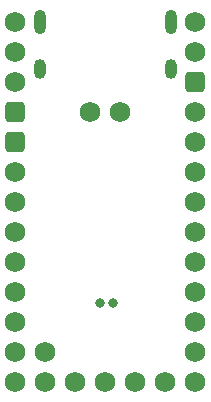
<source format=gbs>
G04 #@! TF.GenerationSoftware,KiCad,Pcbnew,(6.0.8)*
G04 #@! TF.CreationDate,2022-10-20T21:47:42+02:00*
G04 #@! TF.ProjectId,helios,68656c69-6f73-42e6-9b69-6361645f7063,rev1.0*
G04 #@! TF.SameCoordinates,Original*
G04 #@! TF.FileFunction,Soldermask,Bot*
G04 #@! TF.FilePolarity,Negative*
%FSLAX46Y46*%
G04 Gerber Fmt 4.6, Leading zero omitted, Abs format (unit mm)*
G04 Created by KiCad (PCBNEW (6.0.8)) date 2022-10-20 21:47:42*
%MOMM*%
%LPD*%
G01*
G04 APERTURE LIST*
G04 Aperture macros list*
%AMRoundRect*
0 Rectangle with rounded corners*
0 $1 Rounding radius*
0 $2 $3 $4 $5 $6 $7 $8 $9 X,Y pos of 4 corners*
0 Add a 4 corners polygon primitive as box body*
4,1,4,$2,$3,$4,$5,$6,$7,$8,$9,$2,$3,0*
0 Add four circle primitives for the rounded corners*
1,1,$1+$1,$2,$3*
1,1,$1+$1,$4,$5*
1,1,$1+$1,$6,$7*
1,1,$1+$1,$8,$9*
0 Add four rect primitives between the rounded corners*
20,1,$1+$1,$2,$3,$4,$5,0*
20,1,$1+$1,$4,$5,$6,$7,0*
20,1,$1+$1,$6,$7,$8,$9,0*
20,1,$1+$1,$8,$9,$2,$3,0*%
G04 Aperture macros list end*
%ADD10C,1.752600*%
%ADD11RoundRect,0.438150X-0.438150X0.438150X-0.438150X-0.438150X0.438150X-0.438150X0.438150X0.438150X0*%
%ADD12O,1.000000X1.700000*%
%ADD13O,1.000000X2.100000*%
%ADD14C,0.800000*%
G04 APERTURE END LIST*
D10*
G04 #@! TO.C,J2*
X151235000Y-134160000D03*
X151235000Y-136700000D03*
X151235000Y-139240000D03*
D11*
X151235000Y-141780000D03*
X151235000Y-144320000D03*
D10*
X151235000Y-146860000D03*
X151235000Y-149400000D03*
X151235000Y-151940000D03*
X151235000Y-154480000D03*
X151235000Y-157020000D03*
X151235000Y-159560000D03*
X151235000Y-162100000D03*
X151235000Y-164640000D03*
X153775000Y-164640000D03*
X156315000Y-164640000D03*
X158855000Y-164640000D03*
X161395000Y-164640000D03*
X163935000Y-164640000D03*
X166475000Y-164640000D03*
X166475000Y-162100000D03*
X166475000Y-159560000D03*
X166475000Y-157020000D03*
X166475000Y-154480000D03*
X166475000Y-151940000D03*
X166475000Y-149400000D03*
X166475000Y-146860000D03*
X166475000Y-144320000D03*
X166475000Y-141780000D03*
D11*
X166475000Y-139240000D03*
D10*
X166475000Y-136700000D03*
X166475000Y-134160000D03*
X153780000Y-162100000D03*
X160125000Y-141780000D03*
X157585000Y-141780000D03*
G04 #@! TD*
D12*
G04 #@! TO.C,J1*
X164430000Y-138130000D03*
X153280000Y-138130000D03*
D13*
X153280000Y-134130000D03*
X164430000Y-134130000D03*
G04 #@! TD*
D14*
G04 #@! TO.C,TP1*
X158370000Y-157950000D03*
G04 #@! TD*
G04 #@! TO.C,TP2*
X159470000Y-157960000D03*
G04 #@! TD*
M02*

</source>
